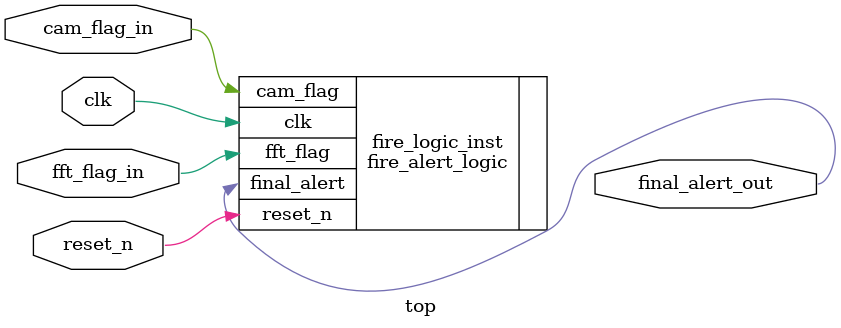
<source format=v>
module top (
    input wire clk,             // 50 MHz or 100 MHz FPGA clock
    input wire reset_n,         // Active-low reset
    input wire fft_flag_in,     // From ESP32
    input wire cam_flag_in,     // From Pi
    output wire final_alert_out // To ESP32
);

    // Instantiate fire_alert_logic
    fire_alert_logic fire_logic_inst (
        .clk(clk),
        .reset_n(reset_n),
        .fft_flag(fft_flag_in),
        .cam_flag(cam_flag_in),
        .final_alert(final_alert_out)
    );

endmodule

</source>
